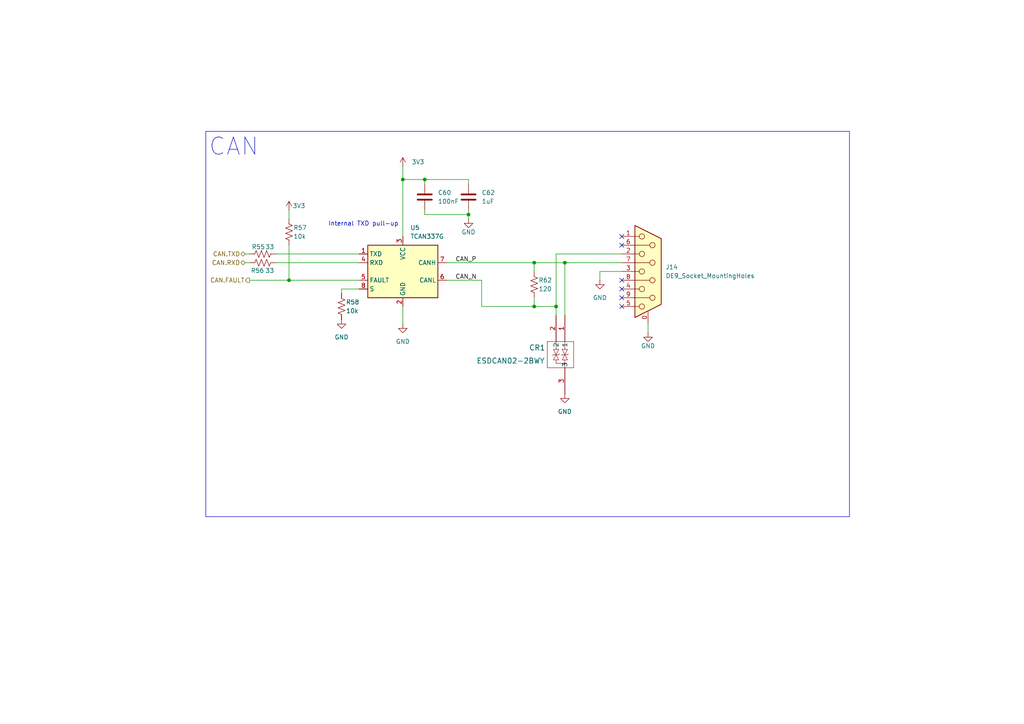
<source format=kicad_sch>
(kicad_sch (version 20250114) (generator "eeschema") (generator_version "9.0")
  (paper "A4")
  (lib_symbols
    (symbol "Connector:DE9_Socket_MountingHoles" (pin_names (offset 1.016) (hide yes))
      (property "Reference" "J" (at 0 16.51 0))
      (property "Value" "DE9_Socket_MountingHoles" (at 0 14.605 0))
      (symbol "DE9_Socket_MountingHoles_0_1"
        (polyline (pts (xy -3.81 13.335) (xy -3.81 -13.335) (xy 3.81 -9.525) (xy 3.81 9.525) (xy -3.81 13.335)) (stroke (width 0.254)) (fill (type background)))
        (polyline (pts (xy -3.81 10.16) (xy -2.54 10.16)))
        (polyline (pts (xy -3.81 7.62) (xy 0.508 7.62)))
        (polyline (pts (xy -3.81 5.08) (xy -2.54 5.08)))
        (polyline (pts (xy -3.81 2.54) (xy 0.508 2.54)))
        (polyline (pts (xy -3.81 0) (xy -2.54 0)))
        (polyline (pts (xy -3.81 -2.54) (xy 0.508 -2.54)))
        (polyline (pts (xy -3.81 -5.08) (xy -2.54 -5.08)))
        (polyline (pts (xy -3.81 -7.62) (xy 0.508 -7.62)))
        (polyline (pts (xy -3.81 -10.16) (xy -2.54 -10.16)))
        (circle (center -1.778 10.16) (radius 0.762))
        (circle (center -1.778 5.08) (radius 0.762))
        (circle (center -1.778 0) (radius 0.762))
        (circle (center -1.778 -5.08) (radius 0.762))
        (circle (center -1.778 -10.16) (radius 0.762))
        (circle (center 1.27 7.62) (radius 0.762))
        (circle (center 1.27 2.54) (radius 0.762))
        (circle (center 1.27 -2.54) (radius 0.762))
        (circle (center 1.27 -7.62) (radius 0.762))
      )
      (symbol "DE9_Socket_MountingHoles_1_1"
        (pin passive line (at -7.62 10.16 0) (length 3.81) (name "1") (number "1"))
        (pin passive line (at -7.62 7.62 0) (length 3.81) (name "6") (number "6"))
        (pin passive line (at -7.62 5.08 0) (length 3.81) (name "2") (number "2"))
        (pin passive line (at -7.62 2.54 0) (length 3.81) (name "7") (number "7"))
        (pin passive line (at -7.62 0 0) (length 3.81) (name "3") (number "3"))
        (pin passive line (at -7.62 -2.54 0) (length 3.81) (name "8") (number "8"))
        (pin passive line (at -7.62 -5.08 0) (length 3.81) (name "4") (number "4"))
        (pin passive line (at -7.62 -7.62 0) (length 3.81) (name "9") (number "9"))
        (pin passive line (at -7.62 -10.16 0) (length 3.81) (name "5") (number "5"))
        (pin passive line (at 0 -15.24 90) (length 3.81) (name "PAD") (number "0"))
      )
    )
    (symbol "Device:C" (pin_numbers (hide yes)) (pin_names (offset 0.254))
      (property "Reference" "C" (at 0.635 2.54 0))
      (property "Value" "C" (at 0.635 -2.54 0))
      (symbol "C_0_1"
        (polyline (pts (xy -2.032 0.762) (xy 2.032 0.762)) (stroke (width 0.508)))
        (polyline (pts (xy -2.032 -0.762) (xy 2.032 -0.762)) (stroke (width 0.508)))
      )
      (symbol "C_1_1"
        (pin passive line (at 0 3.81 270) (length 2.794) (name "~") (number "1"))
        (pin passive line (at 0 -3.81 90) (length 2.794) (name "~") (number "2"))
      )
    )
    (symbol "Device:R_US" (pin_numbers (hide yes)) (pin_names (offset 0))
      (property "Reference" "R" (at 2.54 0 90))
      (property "Value" "R_US" (at -2.54 0 90))
      (symbol "R_US_0_1"
        (polyline (pts (xy 0 2.286) (xy 0 2.54)))
        (polyline (pts (xy 0 2.286) (xy 1.016 1.905) (xy 0 1.524) (xy -1.016 1.143) (xy 0 0.762)))
        (polyline (pts (xy 0 0.762) (xy 1.016 0.381) (xy 0 0) (xy -1.016 -0.381) (xy 0 -0.762)))
        (polyline (pts (xy 0 -0.762) (xy 1.016 -1.143) (xy 0 -1.524) (xy -1.016 -1.905) (xy 0 -2.286)))
        (polyline (pts (xy 0 -2.286) (xy 0 -2.54)))
      )
      (symbol "R_US_1_1"
        (pin passive line (at 0 3.81 270) (length 1.27) (name "~") (number "1"))
        (pin passive line (at 0 -3.81 90) (length 1.27) (name "~") (number "2"))
      )
    )
    (symbol "ESDCAN:ESDCAN02-2BWY" (pin_names (offset 0.254))
      (property "Reference" "CR" (at 12.7 7.62 0))
      (property "Value" "ESDCAN02-2BWY" (at 12.7 5.08 0))
      (symbol "ESDCAN02-2BWY_0_1"
        (polyline (pts (xy 7.62 2.54) (xy 7.62 -5.08)) (stroke (width 0.127)))
        (polyline (pts (xy 7.62 -5.08) (xy 15.24 -5.08)) (stroke (width 0.127)))
        (polyline (pts (xy 9.906 0.762) (xy 11.43 0)) (stroke (width 0.127)))
        (polyline (pts (xy 9.906 0) (xy 7.62 0)) (stroke (width 0.127)))
        (polyline (pts (xy 9.906 -0.762) (xy 9.906 0.762)) (stroke (width 0.127)))
        (polyline (pts (xy 9.906 -1.778) (xy 11.43 -2.54)) (stroke (width 0.127)))
        (polyline (pts (xy 9.906 -2.54) (xy 7.62 -2.54)) (stroke (width 0.127)))
        (polyline (pts (xy 9.906 -3.302) (xy 9.906 -1.778)) (stroke (width 0.127)))
        (polyline (pts (xy 11.43 0.762) (xy 11.176 1.016)) (stroke (width 0.127)))
        (polyline (pts (xy 11.43 0) (xy 9.906 -0.762)) (stroke (width 0.127)))
        (polyline (pts (xy 11.43 0) (xy 12.954 0.762)) (stroke (width 0.127)))
        (polyline (pts (xy 11.43 -0.762) (xy 11.43 0.762)) (stroke (width 0.127)))
        (polyline (pts (xy 11.43 -0.762) (xy 11.684 -1.016)) (stroke (width 0.127)))
        (polyline (pts (xy 11.43 -1.778) (xy 11.176 -1.524)) (stroke (width 0.127)))
        (polyline (pts (xy 11.43 -2.54) (xy 9.906 -3.302)) (stroke (width 0.127)))
        (polyline (pts (xy 11.43 -2.54) (xy 12.954 -1.778)) (stroke (width 0.127)))
        (polyline (pts (xy 11.43 -3.302) (xy 11.43 -1.778)) (stroke (width 0.127)))
        (polyline (pts (xy 11.43 -3.302) (xy 11.684 -3.556)) (stroke (width 0.127)))
        (polyline (pts (xy 12.954 0.762) (xy 12.954 -0.762)) (stroke (width 0.127)))
        (polyline (pts (xy 12.954 -0.762) (xy 11.43 0)) (stroke (width 0.127)))
        (polyline (pts (xy 12.954 -1.778) (xy 12.954 -3.302)) (stroke (width 0.127)))
        (polyline (pts (xy 12.954 -3.302) (xy 11.43 -2.54)) (stroke (width 0.127)))
        (polyline (pts (xy 13.97 0) (xy 13.97 -2.54)) (stroke (width 0.127)))
        (circle (center 13.97 0) (radius 0.127) (stroke (width 0.254)))
        (polyline (pts (xy 13.97 -2.54) (xy 12.954 -2.54)) (stroke (width 0.127)))
        (polyline (pts (xy 15.24 2.54) (xy 7.62 2.54)) (stroke (width 0.127)))
        (polyline (pts (xy 15.24 0) (xy 12.954 0)) (stroke (width 0.127)))
        (polyline (pts (xy 15.24 -5.08) (xy 15.24 2.54)) (stroke (width 0.127)))
        (pin unspecified line (at 0 0 0) (length 7.62) (name "1") (number "1"))
        (pin unspecified line (at 0 -2.54 0) (length 7.62) (name "2") (number "2"))
        (pin unspecified line (at 22.86 0 180) (length 7.62) (name "3") (number "3"))
      )
    )
    (symbol "Interface_CAN_LIN:TCAN337G"
      (property "Reference" "U" (at -10.16 8.89 0))
      (property "Value" "TCAN337G" (at 2.54 8.89 0))
      (symbol "TCAN337G_0_1"
        (rectangle (start -10.16 7.62) (end 10.16 -7.62) (stroke (width 0.254)) (fill (type background)))
      )
      (symbol "TCAN337G_1_1"
        (pin input line (at -12.7 5.08 0) (length 2.54) (name "TXD") (number "1"))
        (pin tri_state line (at -12.7 2.54 0) (length 2.54) (name "RXD") (number "4"))
        (pin open_collector line (at -12.7 -2.54 0) (length 2.54) (name "FAULT") (number "5"))
        (pin input line (at -12.7 -5.08 0) (length 2.54) (name "S") (number "8"))
        (pin power_in line (at 0 10.16 270) (length 2.54) (name "VCC") (number "3"))
        (pin power_in line (at 0 -10.16 90) (length 2.54) (name "GND") (number "2"))
        (pin bidirectional line (at 12.7 2.54 180) (length 2.54) (name "CANH") (number "7"))
        (pin bidirectional line (at 12.7 -2.54 180) (length 2.54) (name "CANL") (number "6"))
      )
    )
    (symbol "power:+3.3V" (power) (pin_numbers (hide yes)) (pin_names (offset 0) (hide yes))
      (property "Value" "+3.3V" (at 0 3.556 0))
      (symbol "+3.3V_0_1"
        (polyline (pts (xy -0.762 1.27) (xy 0 2.54)))
        (polyline (pts (xy 0 2.54) (xy 0.762 1.27)))
        (polyline (pts (xy 0 0) (xy 0 2.54)))
      )
      (symbol "+3.3V_1_1"
        (pin power_in line (at 0 0 90) (length 0) (name "~") (number "1"))
      )
    )
    (symbol "power:GND" (power) (pin_numbers (hide yes)) (pin_names (offset 0) (hide yes))
      (property "Value" "GND" (at 0 -3.81 0))
      (symbol "GND_0_1"
        (polyline (pts (xy 0 0) (xy 0 -1.27) (xy 1.27 -1.27) (xy 0 -2.54) (xy -1.27 -1.27) (xy 0 -1.27)))
      )
      (symbol "GND_1_1"
        (pin power_in line (at 0 0 270) (length 0) (name "~") (number "1"))
      )
    )
  )
  (rectangle (start 59.69 38.1) (end 246.38 149.86))
  (text "Internal TXD pull-up" (at 105.41 65.024 0) (effects (font (size 1.27 1.27))))
  (text "CAN\n" (at 60.452 42.672 0) (effects (font (size 5 5)) (justify left)))
  (junction (at 116.84 52.07))
  (junction (at 154.94 76.2))
  (junction (at 135.89 62.23))
  (junction (at 161.29 88.9))
  (junction (at 123.19 52.07))
  (junction (at 163.83 76.2))
  (junction (at 83.82 81.28))
  (junction (at 154.94 88.9))
  (no_connect (at 180.34 83.82))
  (no_connect (at 180.34 71.12))
  (no_connect (at 180.34 81.28))
  (no_connect (at 180.34 86.36))
  (no_connect (at 180.34 88.9))
  (no_connect (at 180.34 68.58))
  (wire (pts (xy 135.89 60.96) (xy 135.89 62.23)))
  (wire (pts (xy 154.94 76.2) (xy 154.94 78.74)))
  (wire (pts (xy 71.12 73.66) (xy 72.39 73.66)))
  (wire (pts (xy 99.06 83.82) (xy 104.14 83.82)))
  (wire (pts (xy 139.7 88.9) (xy 154.94 88.9)))
  (wire (pts (xy 83.82 60.96) (xy 83.82 63.5)))
  (wire (pts (xy 173.99 78.74) (xy 173.99 81.28)))
  (wire (pts (xy 161.29 73.66) (xy 180.34 73.66)))
  (wire (pts (xy 80.01 73.66) (xy 104.14 73.66)))
  (wire (pts (xy 80.01 76.2) (xy 104.14 76.2)))
  (wire (pts (xy 116.84 52.07) (xy 123.19 52.07)))
  (wire (pts (xy 163.83 76.2) (xy 163.83 91.44)))
  (wire (pts (xy 129.54 76.2) (xy 154.94 76.2)))
  (wire (pts (xy 116.84 88.9) (xy 116.84 93.98)))
  (wire (pts (xy 99.06 85.09) (xy 99.06 83.82)))
  (wire (pts (xy 71.12 76.2) (xy 72.39 76.2)))
  (wire (pts (xy 161.29 88.9) (xy 161.29 91.44)))
  (wire (pts (xy 173.99 78.74) (xy 180.34 78.74)))
  (wire (pts (xy 83.82 71.12) (xy 83.82 81.28)))
  (wire (pts (xy 123.19 60.96) (xy 123.19 62.23)))
  (wire (pts (xy 83.82 81.28) (xy 104.14 81.28)))
  (wire (pts (xy 154.94 76.2) (xy 163.83 76.2)))
  (wire (pts (xy 135.89 62.23) (xy 135.89 63.5)))
  (wire (pts (xy 154.94 86.36) (xy 154.94 88.9)))
  (wire (pts (xy 139.7 81.28) (xy 139.7 88.9)))
  (wire (pts (xy 116.84 52.07) (xy 116.84 68.58)))
  (wire (pts (xy 163.83 76.2) (xy 180.34 76.2)))
  (wire (pts (xy 123.19 52.07) (xy 135.89 52.07)))
  (wire (pts (xy 116.84 48.26) (xy 116.84 52.07)))
  (wire (pts (xy 123.19 52.07) (xy 123.19 53.34)))
  (wire (pts (xy 154.94 88.9) (xy 161.29 88.9)))
  (wire (pts (xy 135.89 52.07) (xy 135.89 53.34)))
  (wire (pts (xy 161.29 73.66) (xy 161.29 88.9)))
  (wire (pts (xy 129.54 81.28) (xy 139.7 81.28)))
  (wire (pts (xy 72.39 81.28) (xy 83.82 81.28)))
  (wire (pts (xy 123.19 62.23) (xy 135.89 62.23)))
  (wire (pts (xy 187.96 93.98) (xy 187.96 96.52)))
  (label "CAN_N" (at 132.08 81.28 0))
  (label "CAN_P" (at 132.08 76.2 0))
  (hierarchical_label "CAN.FAULT" (shape output) (at 72.39 81.28 180))
  (hierarchical_label "CAN.RXD" (shape bidirectional) (at 71.12 76.2 180))
  (hierarchical_label "CAN.TXD" (shape bidirectional) (at 71.12 73.66 180))
  (symbol (lib_id "power:+3.3V") (at 83.82 60.96 0) (unit 1)
    (property "Reference" "#PWR091" (effects (hide yes)))
    (property "Value" "3V3" (at 84.836 59.69 0) (effects (justify left)))
    (property "Description" "Power symbol creates a global label with name \"+3.3V\"" (effects (hide yes)))
  )
  (symbol (lib_id "Device:R_US") (at 154.94 82.55 0) (unit 1)
    (property "Reference" "R62" (at 156.21 81.28 0) (effects (justify left)))
    (property "Value" "120" (at 156.21 83.82 0) (effects (justify left)))
    (property "Footprint" "Resistor_SMD:R_0603_1608Metric_Pad0.98x0.95mm_HandSolder" (effects (hide yes)))
    (property "Description" "Resistor, US symbol" (effects (hide yes)))
  )
  (symbol (lib_id "Connector:DE9_Socket_MountingHoles") (at 187.96 78.74 0) (unit 1)
    (property "Reference" "J14" (at 193.04 77.4699 0) (effects (justify left)))
    (property "Value" "DE9_Socket_MountingHoles" (at 193.04 80.0099 0) (effects (justify left)))
    (property "Footprint" "Connector_Dsub:DSUB-9_Socket_Vertical_P2.77x2.84mm_MountingHoles" (effects (hide yes)))
    (property "Description" "9-pin D-SUB connector, socket (female), Mounting Hole" (effects (hide yes)))
  )
  (symbol (lib_id "Device:C") (at 123.19 57.15 0) (unit 1)
    (property "Reference" "C60" (at 127 55.8799 0) (effects (justify left)))
    (property "Value" "100nF" (at 127 58.4199 0) (effects (justify left)))
    (property "Footprint" "Capacitor_SMD:C_0603_1608Metric" (effects (hide yes)))
    (property "Description" "Unpolarized capacitor" (effects (hide yes)))
  )
  (symbol (lib_id "Interface_CAN_LIN:TCAN337G") (at 116.84 78.74 0) (unit 1)
    (property "Reference" "U5" (at 118.9833 66.04 0) (effects (justify left)))
    (property "Value" "TCAN337G" (at 118.9833 68.58 0) (effects (justify left)))
    (property "Footprint" "Package_TO_SOT_SMD:TSOT-23-8_HandSoldering" (effects (hide yes)))
    (property "Datasheet" "http://www.ti.com/lit/ds/symlink/tcan337.pdf" (effects (hide yes)))
    (property "Description" "High-Speed CAN Transceiver with CAN FD, 5Mbps, 3.3V supply, silent mode, fault output, SOT-23-8/SOIC-8" (effects (hide yes)))
  )
  (symbol (lib_id "Device:R_US") (at 76.2 76.2 90) (unit 1)
    (property "Reference" "R56" (at 74.676 78.486 90))
    (property "Value" "33" (at 78.232 78.486 90))
    (property "Footprint" "Resistor_SMD:R_0603_1608Metric_Pad0.98x0.95mm_HandSolder" (effects (hide yes)))
    (property "Description" "Resistor, US symbol" (effects (hide yes)))
  )
  (symbol (lib_id "power:GND") (at 116.84 93.98 0) (unit 1)
    (property "Reference" "#PWR095" (effects (hide yes)))
    (property "Value" "GND" (at 116.84 99.06 0))
    (property "Description" "Power symbol creates a global label with name \"GND\" , ground" (effects (hide yes)))
  )
  (symbol (lib_id "Device:R_US") (at 99.06 88.9 0) (unit 1)
    (property "Reference" "R58" (at 100.33 87.63 0) (effects (justify left)))
    (property "Value" "10k" (at 100.33 90.17 0) (effects (justify left)))
    (property "Footprint" "Resistor_SMD:R_0603_1608Metric_Pad0.98x0.95mm_HandSolder" (effects (hide yes)))
    (property "Description" "Resistor, US symbol" (effects (hide yes)))
  )
  (symbol (lib_id "power:GND") (at 187.96 96.52 0) (unit 1)
    (property "Reference" "#PWR0110" (effects (hide yes)))
    (property "Value" "GND" (at 187.96 100.33 0))
    (property "Description" "Power symbol creates a global label with name \"GND\" , ground" (effects (hide yes)))
  )
  (symbol (lib_id "power:+3.3V") (at 116.84 48.26 0) (unit 1)
    (property "Reference" "#PWR094" (effects (hide yes)))
    (property "Value" "3V3" (at 119.38 46.9899 0) (effects (justify left)))
    (property "Description" "Power symbol creates a global label with name \"+3.3V\"" (effects (hide yes)))
  )
  (symbol (lib_id "Device:R_US") (at 83.82 67.31 0) (unit 1)
    (property "Reference" "R57" (at 85.09 66.04 0) (effects (justify left)))
    (property "Value" "10k" (at 85.09 68.58 0) (effects (justify left)))
    (property "Footprint" "Resistor_SMD:R_0603_1608Metric_Pad0.98x0.95mm_HandSolder" (effects (hide yes)))
    (property "Description" "Resistor, US symbol" (effects (hide yes)))
  )
  (symbol (lib_id "power:GND") (at 99.06 92.71 0) (unit 1)
    (property "Reference" "#PWR092" (effects (hide yes)))
    (property "Value" "GND" (at 99.06 97.79 0))
    (property "Description" "Power symbol creates a global label with name \"GND\" , ground" (effects (hide yes)))
  )
  (symbol (lib_id "Device:R_US") (at 76.2 73.66 90) (unit 1)
    (property "Reference" "R55" (at 74.93 71.628 90))
    (property "Value" "33" (at 78.232 71.628 90))
    (property "Footprint" "Resistor_SMD:R_0603_1608Metric_Pad0.98x0.95mm_HandSolder" (effects (hide yes)))
    (property "Description" "Resistor, US symbol" (effects (hide yes)))
  )
  (symbol (lib_id "power:GND") (at 163.83 114.3 0) (unit 1)
    (property "Reference" "#PWR0100" (effects (hide yes)))
    (property "Value" "GND" (at 163.83 119.38 0))
    (property "Description" "Power symbol creates a global label with name \"GND\" , ground" (effects (hide yes)))
  )
  (symbol (lib_id "Device:C") (at 135.89 57.15 0) (unit 1)
    (property "Reference" "C62" (at 139.7 55.8799 0) (effects (justify left)))
    (property "Value" "1uF" (at 139.7 58.4199 0) (effects (justify left)))
    (property "Footprint" "Capacitor_SMD:C_0603_1608Metric" (effects (hide yes)))
    (property "Description" "Unpolarized capacitor" (effects (hide yes)))
  )
  (symbol (lib_id "power:GND") (at 135.89 63.5 0) (unit 1)
    (property "Reference" "#PWR099" (effects (hide yes)))
    (property "Value" "GND" (at 135.89 67.31 0))
    (property "Description" "Power symbol creates a global label with name \"GND\" , ground" (effects (hide yes)))
  )
  (symbol (lib_id "power:GND") (at 173.99 81.28 0) (unit 1)
    (property "Reference" "#PWR0104" (effects (hide yes)))
    (property "Value" "GND" (at 173.99 86.36 0))
    (property "Description" "Power symbol creates a global label with name \"GND\" , ground" (effects (hide yes)))
  )
  (symbol (lib_id "ESDCAN:ESDCAN02-2BWY") (at 163.83 91.44 270) (unit 1)
    (property "Reference" "CR1" (at 153.416 100.838 90) (effects (font (size 1.524 1.524)) (justify left)))
    (property "Value" "ESDCAN02-2BWY" (at 138.176 104.648 90) (effects (font (size 1.524 1.524)) (justify left)))
    (property "Footprint" "ESDCAN:SOT323-3L_STM" (effects (hide yes)))
    (property "Datasheet" "https://www.st.com/resource/en/datasheet/esdcan03-2bwy.pdf" (effects (hide yes)))
  )
)
</source>
